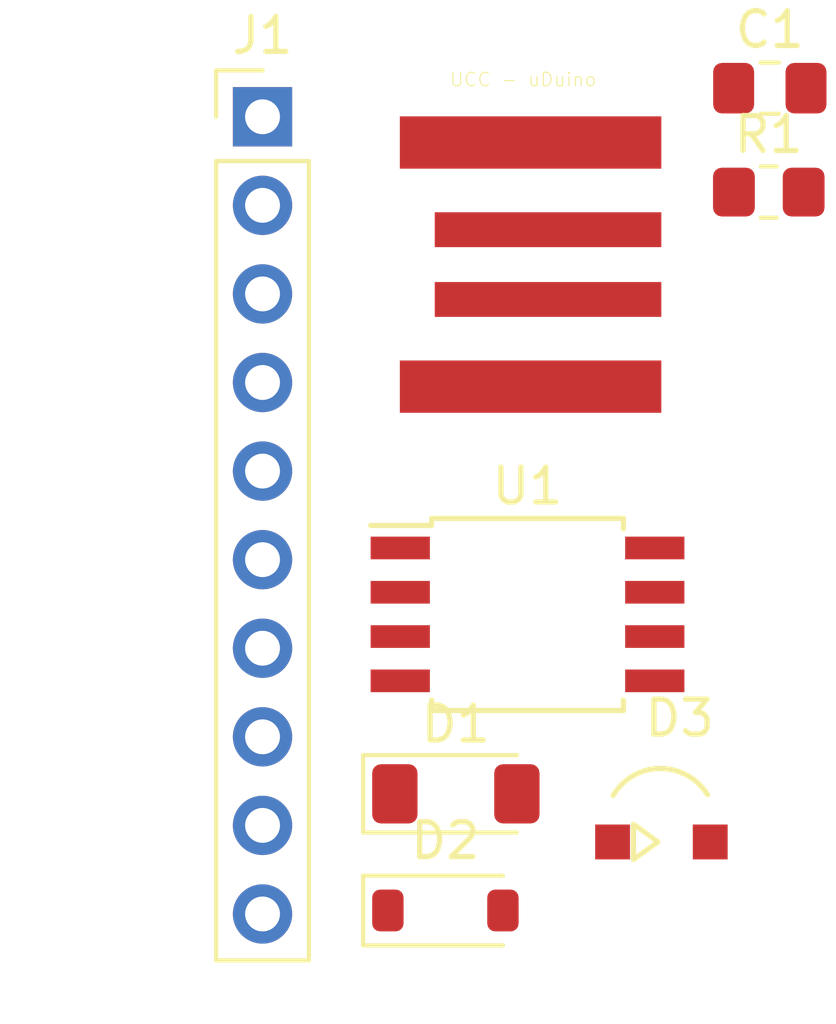
<source format=kicad_pcb>
(kicad_pcb (version 20221018) (generator pcbnew)
  (layers (0 "F.Cu" signal) (31 "B.Cu" signal) (34 "B.Paste" user) (35 "F.Paste" user) (36 "B.SilkS" user "B.Silkscreen") (37 "F.SilkS" user "F.Silkscreen") (38 "B.Mask" user) (39 "F.Mask" user) (44 "Edge.Cuts" user))
  (net 0 "")
  (net 3 "+5V")
  (footprint "Package_SO:SOIC-8W_5.3x5.3mm_P1.27mm" (layer "F.Cu") (at 131.685 82.2)
    (fp_text reference "U1" (at 0 -3.68) (layer "F.SilkS"))
    (fp_text value "ATtiny85-20S")
    (fp_line (start -2.75 -2.755) (end -2.75 -2.55) (stroke (width 0.15)) (layer "F.SilkS"))
    (fp_line (start -2.75 -2.755) (end 2.75 -2.755) (stroke (width 0.15)) (layer "F.SilkS"))
    (fp_line (start -2.75 -2.55) (end -4.5 -2.55) (stroke (width 0.15)) (layer "F.SilkS"))
    (fp_line (start -2.75 2.755) (end -2.75 2.455) (stroke (width 0.15)) (layer "F.SilkS"))
    (fp_line (start -2.75 2.755) (end 2.75 2.755) (stroke (width 0.15)) (layer "F.SilkS"))
    (fp_line (start 2.75 -2.755) (end 2.75 -2.455) (stroke (width 0.15)) (layer "F.SilkS"))
    (fp_line (start 2.75 2.755) (end 2.75 2.455) (stroke (width 0.15)) (layer "F.SilkS"))
    (pad "1" smd rect (at -3.65 -1.905) (size 1.7 0.65) (layers "F.Cu" "F.Paste" "F.Mask"))
    (pad "2" smd rect (at -3.65 -0.635) (size 1.7 0.65) (layers "F.Cu" "F.Paste" "F.Mask"))
    (pad "3" smd rect (at -3.65 0.635) (size 1.7 0.65) (layers "F.Cu" "F.Paste" "F.Mask"))
    (pad "4" smd rect (at -3.65 1.905) (size 1.7 0.65) (layers "F.Cu" "F.Paste" "F.Mask"))
    (pad "5" smd rect (at 3.65 1.905) (size 1.7 0.65) (layers "F.Cu" "F.Paste" "F.Mask"))
    (pad "6" smd rect (at 3.65 0.635) (size 1.7 0.65) (layers "F.Cu" "F.Paste" "F.Mask"))
    (pad "7" smd rect (at 3.65 -0.635) (size 1.7 0.65) (layers "F.Cu" "F.Paste" "F.Mask"))
    (pad "8" smd rect (at 3.65 -1.905) (size 1.7 0.65) (layers "F.Cu" "F.Paste" "F.Mask"))
  )
  (footprint "ledSmd:ledSMD" (layer "F.Cu") (at 135.925 88.725)
    (fp_text reference "D3" (at 0.125 -3.55) (layer "F.SilkS"))
    (fp_text value "LED")
    (fp_line (start -1.2 0.5) (end -1.2 -0.5) (stroke (width 0.15)) (layer "F.SilkS"))
    (fp_line (start -1.15 -0.475) (end -0.5 0) (stroke (width 0.15)) (layer "F.SilkS"))
    (fp_line (start -0.5 0) (end -1.2 0.5) (stroke (width 0.15)) (layer "F.SilkS"))
    (fp_arc (start -1.786089 -1.331572) (mid -0.435753 -2.107089) (end 0.924999 -1.349999) (stroke (width 0.15)) (layer "F.SilkS"))
    (pad "1" smd rect (at -1.8 0) (size 1 1) (layers "F.Cu" "F.Paste" "F.Mask"))
    (pad "2" smd rect (at 1 0) (size 1 1) (layers "F.Cu" "F.Paste" "F.Mask"))
  )
  (footprint "embeddedPcbUsb:USB_A_UCC" (layer "F.Cu") (at 131.9735 72.1685)
    (fp_text reference "J2" hide)
    (fp_text value "USB_A" hide)
    (fp_text user "UCC - uDuino" (at -2.54 -5.08) (layer "F.SilkS") (effects (font (size 0.38608 0.38608) (thickness 0.032512)) (justify left bottom)))
    (pad "1" smd rect (at -0.2 3.5) (size 7.5 1.5) (layers "F.Cu" "F.Paste" "F.Mask"))
    (pad "2" smd rect (at 0.3 1) (size 6.5 1) (layers "F.Cu" "F.Paste" "F.Mask"))
    (pad "3" smd rect (at 0.3 -1) (size 6.5 1) (layers "F.Cu" "F.Paste" "F.Mask"))
    (pad "4" smd rect (at -0.2 -3.5) (size 7.5 1.5) (layers "F.Cu" "F.Paste" "F.Mask"))
  )
  (footprint "Capacitor_SMD:C_0805_2012Metric_Pad1.18x1.45mm_HandSolder" (layer "F.Cu") (at 138.635 67.11)
    (fp_text reference "C1" (at 0 -1.68) (layer "F.SilkS"))
    (fp_text value "C")
    (fp_line (start -0.261252 -0.735) (end 0.261252 -0.735) (stroke (width 0.12)) (layer "F.SilkS"))
    (fp_line (start -0.261252 0.735) (end 0.261252 0.735) (stroke (width 0.12)) (layer "F.SilkS"))
    (pad "1" smd roundrect (at -1.0375 0) (size 1.175 1.45) (layers "F.Cu" "F.Paste" "F.Mask") (roundrect_rratio 0.212766))
    (pad "2" smd roundrect (at 1.0375 0) (size 1.175 1.45) (layers "F.Cu" "F.Paste" "F.Mask") (roundrect_rratio 0.212766))
  )
  (footprint "Connector_PinHeader_2.54mm:PinHeader_1x10_P2.54mm_Vertical" (layer "F.Cu") (at 124.085 67.93)
    (fp_text reference "J1" (at 0 -2.33) (layer "F.SilkS"))
    (fp_text value "Conn_01x10_Socket")
    (fp_line (start -1.33 -1.33) (end 0 -1.33) (stroke (width 0.12)) (layer "F.SilkS"))
    (fp_line (start -1.33 0) (end -1.33 -1.33) (stroke (width 0.12)) (layer "F.SilkS"))
    (fp_line (start -1.33 1.27) (end -1.33 24.19) (stroke (width 0.12)) (layer "F.SilkS"))
    (fp_line (start -1.33 1.27) (end 1.33 1.27) (stroke (width 0.12)) (layer "F.SilkS"))
    (fp_line (start -1.33 24.19) (end 1.33 24.19) (stroke (width 0.12)) (layer "F.SilkS"))
    (fp_line (start 1.33 1.27) (end 1.33 24.19) (stroke (width 0.12)) (layer "F.SilkS"))
    (pad "1" thru_hole rect (at 0 0) (size 1.7 1.7) (drill 1) (layers "*.Cu" "*.Mask"))
    (pad "2" thru_hole oval (at 0 2.54) (size 1.7 1.7) (drill 1) (layers "*.Cu" "*.Mask"))
    (pad "3" thru_hole oval (at 0 5.08) (size 1.7 1.7) (drill 1) (layers "*.Cu" "*.Mask"))
    (pad "4" thru_hole oval (at 0 7.62) (size 1.7 1.7) (drill 1) (layers "*.Cu" "*.Mask"))
    (pad "5" thru_hole oval (at 0 10.16) (size 1.7 1.7) (drill 1) (layers "*.Cu" "*.Mask"))
    (pad "6" thru_hole oval (at 0 12.7) (size 1.7 1.7) (drill 1) (layers "*.Cu" "*.Mask"))
    (pad "7" thru_hole oval (at 0 15.24) (size 1.7 1.7) (drill 1) (layers "*.Cu" "*.Mask"))
    (pad "8" thru_hole oval (at 0 17.78) (size 1.7 1.7) (drill 1) (layers "*.Cu" "*.Mask"))
    (pad "9" thru_hole oval (at 0 20.32) (size 1.7 1.7) (drill 1) (layers "*.Cu" "*.Mask"))
    (pad "10" thru_hole oval (at 0 22.86) (size 1.7 1.7) (drill 1) (layers "*.Cu" "*.Mask"))
  )
  (footprint "Diode_SMD:D_MiniMELF" (layer "F.Cu") (at 129.63 87.345)
    (fp_text reference "D1" (at 0 -2) (layer "F.SilkS"))
    (fp_text value "D_Filled")
    (fp_line (start -2.66 -1.11) (end -2.66 1.11) (stroke (width 0.12)) (layer "F.SilkS"))
    (fp_line (start -2.66 1.11) (end 1.75 1.11) (stroke (width 0.12)) (layer "F.SilkS"))
    (fp_line (start 1.75 -1.11) (end -2.66 -1.11) (stroke (width 0.12)) (layer "F.SilkS"))
    (pad "1" smd roundrect (at -1.75 0) (size 1.3 1.7) (layers "F.Cu" "F.Paste" "F.Mask") (roundrect_rratio 0.1923076923) (net 3 "+5V"))
    (pad "2" smd roundrect (at 1.75 0) (size 1.3 1.7) (layers "F.Cu" "F.Paste" "F.Mask") (roundrect_rratio 0.1923076923))
  )
  (footprint "Diode_SMD:D_SOD-123" (layer "F.Cu") (at 129.33 90.69)
    (fp_text reference "D2" (at 0 -2) (layer "F.SilkS"))
    (fp_text value "D_Zener")
    (fp_line (start -2.36 -1) (end -2.36 1) (stroke (width 0.12)) (layer "F.SilkS"))
    (fp_line (start -2.36 -1) (end 1.65 -1) (stroke (width 0.12)) (layer "F.SilkS"))
    (fp_line (start -2.36 1) (end 1.65 1) (stroke (width 0.12)) (layer "F.SilkS"))
    (pad "1" smd roundrect (at -1.65 0) (size 0.9 1.2) (layers "F.Cu" "F.Paste" "F.Mask"))
    (pad "2" smd roundrect (at 1.65 0) (size 0.9 1.2) (layers "F.Cu" "F.Paste" "F.Mask"))
  )
  (footprint "Resistor_SMD:R_0805_2012Metric_Pad1.20x1.40mm_HandSolder" (layer "F.Cu") (at 138.605 70.09)
    (fp_text reference "R1" (at 0 -1.65) (layer "F.SilkS"))
    (fp_text value "R")
    (fp_line (start -0.227064 -0.735) (end 0.227064 -0.735) (stroke (width 0.12)) (layer "F.SilkS"))
    (fp_line (start -0.227064 0.735) (end 0.227064 0.735) (stroke (width 0.12)) (layer "F.SilkS"))
    (pad "1" smd roundrect (at -1 0) (size 1.2 1.4) (layers "F.Cu" "F.Paste" "F.Mask") (roundrect_rratio 0.208333) (net 3 "+5V"))
    (pad "2" smd roundrect (at 1 0) (size 1.2 1.4) (layers "F.Cu" "F.Paste" "F.Mask") (roundrect_rratio 0.208333))
  )
)
</source>
